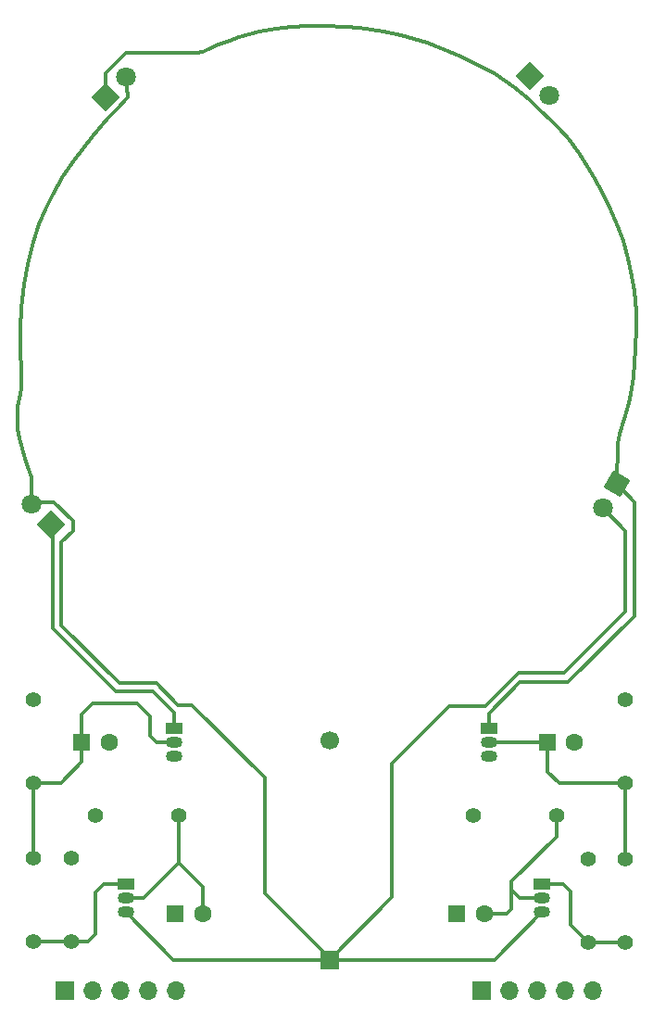
<source format=gtl>
G04 #@! TF.GenerationSoftware,KiCad,Pcbnew,(6.0.11)*
G04 #@! TF.CreationDate,2023-07-10T16:30:22-05:00*
G04 #@! TF.ProjectId,sailor_moon,7361696c-6f72-45f6-9d6f-6f6e2e6b6963,rev?*
G04 #@! TF.SameCoordinates,Original*
G04 #@! TF.FileFunction,Copper,L1,Top*
G04 #@! TF.FilePolarity,Positive*
%FSLAX46Y46*%
G04 Gerber Fmt 4.6, Leading zero omitted, Abs format (unit mm)*
G04 Created by KiCad (PCBNEW (6.0.11)) date 2023-07-10 16:30:22*
%MOMM*%
%LPD*%
G01*
G04 APERTURE LIST*
G04 Aperture macros list*
%AMRotRect*
0 Rectangle, with rotation*
0 The origin of the aperture is its center*
0 $1 length*
0 $2 width*
0 $3 Rotation angle, in degrees counterclockwise*
0 Add horizontal line*
21,1,$1,$2,0,0,$3*%
G04 Aperture macros list end*
G04 #@! TA.AperFunction,ComponentPad*
%ADD10RotRect,1.800000X1.800000X240.000000*%
G04 #@! TD*
G04 #@! TA.AperFunction,ComponentPad*
%ADD11C,1.800000*%
G04 #@! TD*
G04 #@! TA.AperFunction,ComponentPad*
%ADD12C,1.400000*%
G04 #@! TD*
G04 #@! TA.AperFunction,ComponentPad*
%ADD13R,1.600000X1.600000*%
G04 #@! TD*
G04 #@! TA.AperFunction,ComponentPad*
%ADD14C,1.600000*%
G04 #@! TD*
G04 #@! TA.AperFunction,ComponentPad*
%ADD15R,1.500000X1.050000*%
G04 #@! TD*
G04 #@! TA.AperFunction,ComponentPad*
%ADD16O,1.500000X1.050000*%
G04 #@! TD*
G04 #@! TA.AperFunction,ComponentPad*
%ADD17R,1.700000X1.700000*%
G04 #@! TD*
G04 #@! TA.AperFunction,ComponentPad*
%ADD18C,1.700000*%
G04 #@! TD*
G04 #@! TA.AperFunction,ComponentPad*
%ADD19RotRect,1.800000X1.800000X135.000000*%
G04 #@! TD*
G04 #@! TA.AperFunction,ComponentPad*
%ADD20O,1.700000X1.700000*%
G04 #@! TD*
G04 #@! TA.AperFunction,ComponentPad*
%ADD21RotRect,1.800000X1.800000X315.000000*%
G04 #@! TD*
G04 #@! TA.AperFunction,ComponentPad*
%ADD22RotRect,1.800000X1.800000X45.000000*%
G04 #@! TD*
G04 #@! TA.AperFunction,Conductor*
%ADD23C,0.300000*%
G04 #@! TD*
G04 APERTURE END LIST*
D10*
X156857500Y-102705818D03*
D11*
X155587500Y-104905523D03*
D12*
X154250000Y-137000000D03*
X154250000Y-144620000D03*
D13*
X116500000Y-142000000D03*
D14*
X119000000Y-142000000D03*
D15*
X145130000Y-125050000D03*
D16*
X145130000Y-126320000D03*
X145130000Y-127590000D03*
D17*
X130570000Y-146195000D03*
D18*
X130570000Y-126195000D03*
D13*
X107950000Y-126300000D03*
D14*
X110450000Y-126300000D03*
D19*
X105110000Y-106410000D03*
D11*
X103313949Y-104613949D03*
D12*
X109190000Y-133000000D03*
X116810000Y-133000000D03*
X103500000Y-136930000D03*
X103500000Y-144550000D03*
D15*
X111940000Y-139320000D03*
D16*
X111940000Y-140590000D03*
X111940000Y-141860000D03*
D12*
X157620000Y-130090000D03*
X157620000Y-122470000D03*
D17*
X106380000Y-149000000D03*
D20*
X108920000Y-149000000D03*
X111460000Y-149000000D03*
X114000000Y-149000000D03*
X116540000Y-149000000D03*
D15*
X116360000Y-125040000D03*
D16*
X116360000Y-126310000D03*
X116360000Y-127580000D03*
D12*
X143690000Y-133000000D03*
X151310000Y-133000000D03*
D13*
X142250000Y-142000000D03*
D14*
X144750000Y-142000000D03*
D12*
X107000000Y-136940000D03*
X107000000Y-144560000D03*
X157640000Y-137000000D03*
X157640000Y-144620000D03*
D13*
X150500000Y-126340000D03*
D14*
X153000000Y-126340000D03*
D21*
X148868439Y-65487834D03*
D11*
X150664490Y-67283885D03*
D17*
X144480000Y-149000000D03*
D20*
X147020000Y-149000000D03*
X149560000Y-149000000D03*
X152100000Y-149000000D03*
X154640000Y-149000000D03*
D12*
X103480000Y-130050000D03*
X103480000Y-122430000D03*
D15*
X150000000Y-139300000D03*
D16*
X150000000Y-140570000D03*
X150000000Y-141840000D03*
D22*
X110150000Y-67380000D03*
D11*
X111946051Y-65583949D03*
D23*
X150500000Y-129020000D02*
X151570000Y-130090000D01*
X145150000Y-126340000D02*
X145130000Y-126320000D01*
X151570000Y-130090000D02*
X157620000Y-130090000D01*
X150500000Y-126340000D02*
X150500000Y-129020000D01*
X157620000Y-136980000D02*
X157640000Y-137000000D01*
X157620000Y-130090000D02*
X157620000Y-136980000D01*
X150500000Y-126340000D02*
X145150000Y-126340000D01*
X151930000Y-139300000D02*
X150000000Y-139300000D01*
X154250000Y-144620000D02*
X152610000Y-142980000D01*
X152610000Y-142980000D02*
X152610000Y-139980000D01*
X157640000Y-144620000D02*
X154250000Y-144620000D01*
X152610000Y-139980000D02*
X151930000Y-139300000D01*
X147180000Y-139070000D02*
X147180000Y-139810000D01*
X150000000Y-140570000D02*
X147940000Y-140570000D01*
X151310000Y-134940000D02*
X147180000Y-139070000D01*
X146800000Y-142000000D02*
X144750000Y-142000000D01*
X147180000Y-141620000D02*
X146800000Y-142000000D01*
X151310000Y-133000000D02*
X151310000Y-134940000D01*
X147940000Y-140570000D02*
X147180000Y-139810000D01*
X147180000Y-139810000D02*
X147180000Y-141620000D01*
X116810000Y-133000000D02*
X116810000Y-137340000D01*
X116810000Y-137340000D02*
X113560000Y-140590000D01*
X113560000Y-140590000D02*
X111940000Y-140590000D01*
X119000000Y-139530000D02*
X116810000Y-137340000D01*
X119000000Y-142000000D02*
X119000000Y-139530000D01*
X109220000Y-143880000D02*
X109220000Y-140070000D01*
X109220000Y-140070000D02*
X109970000Y-139320000D01*
X109970000Y-139320000D02*
X111940000Y-139320000D01*
X107000000Y-144560000D02*
X107020000Y-144580000D01*
X108520000Y-144580000D02*
X109220000Y-143880000D01*
X107020000Y-144580000D02*
X108520000Y-144580000D01*
X106990000Y-144550000D02*
X107000000Y-144560000D01*
X103500000Y-144550000D02*
X106990000Y-144550000D01*
X113040000Y-122810000D02*
X114190000Y-123960000D01*
X114190000Y-125760000D02*
X114740000Y-126310000D01*
X107950000Y-126300000D02*
X107950000Y-128150000D01*
X107950000Y-123820000D02*
X108960000Y-122810000D01*
X114740000Y-126310000D02*
X116360000Y-126310000D01*
X108960000Y-122810000D02*
X113040000Y-122810000D01*
X103480000Y-130050000D02*
X103480000Y-136910000D01*
X114190000Y-123960000D02*
X114190000Y-125760000D01*
X107950000Y-128150000D02*
X106050000Y-130050000D01*
X107950000Y-126300000D02*
X107950000Y-123820000D01*
X103480000Y-136910000D02*
X103500000Y-136930000D01*
X106050000Y-130050000D02*
X103480000Y-130050000D01*
X107120000Y-107060000D02*
X107120000Y-106140000D01*
X105390000Y-104410000D02*
X103517898Y-104410000D01*
X102430000Y-92350000D02*
X102350000Y-90530000D01*
X157600000Y-107040263D02*
X155587500Y-104905523D01*
X111300000Y-68330000D02*
X112000000Y-67610000D01*
X130570000Y-146195000D02*
X116275000Y-146195000D01*
X102090000Y-97730000D02*
X102040000Y-96900000D01*
X103320000Y-102140000D02*
X102980000Y-101170000D01*
X114750000Y-120950000D02*
X111400000Y-120950000D01*
X102350000Y-90530000D02*
X102350000Y-88590000D01*
X136260000Y-128320000D02*
X141570000Y-123010000D01*
X102980000Y-82640000D02*
X103510000Y-80630000D01*
X152010000Y-120000000D02*
X157600000Y-114410000D01*
X124660000Y-140150000D02*
X124660000Y-129570000D01*
X116720000Y-122920000D02*
X114750000Y-120950000D01*
X130570000Y-146195000D02*
X145645000Y-146195000D01*
X112170000Y-67440000D02*
X111946051Y-65583949D01*
X104650000Y-77650000D02*
X105260000Y-76310000D01*
X102210000Y-98550000D02*
X102090000Y-97730000D01*
X103517898Y-104410000D02*
X103313949Y-104613949D01*
X102720000Y-100470000D02*
X102210000Y-98550000D01*
X130570000Y-146195000D02*
X130570000Y-146060000D01*
X106250000Y-74640000D02*
X107230000Y-73210000D01*
X107120000Y-106140000D02*
X105390000Y-104410000D01*
X102440000Y-93530000D02*
X102430000Y-92350000D01*
X102670000Y-84530000D02*
X102980000Y-82640000D01*
X104050000Y-79030000D02*
X104650000Y-77650000D01*
X112000000Y-67610000D02*
X112170000Y-67440000D01*
X102350000Y-94520000D02*
X102430000Y-93970000D01*
X106090000Y-108090000D02*
X107120000Y-107060000D01*
X103510000Y-80630000D02*
X104050000Y-79030000D01*
X105260000Y-76310000D02*
X106250000Y-74640000D01*
X102350000Y-88590000D02*
X102430000Y-86620000D01*
X111400000Y-120950000D02*
X106090000Y-115640000D01*
X130570000Y-146195000D02*
X136260000Y-140505000D01*
X124660000Y-129570000D02*
X118010000Y-122920000D01*
X102430000Y-93970000D02*
X102440000Y-93530000D01*
X147860000Y-120000000D02*
X152010000Y-120000000D01*
X106090000Y-115640000D02*
X106090000Y-108090000D01*
X110280000Y-69380000D02*
X111300000Y-68330000D01*
X102430000Y-86620000D02*
X102670000Y-84530000D01*
X102070000Y-95730000D02*
X102350000Y-94520000D01*
X136260000Y-140505000D02*
X136260000Y-128320000D01*
X102980000Y-101170000D02*
X102720000Y-100470000D01*
X116275000Y-146195000D02*
X111940000Y-141860000D01*
X103313949Y-104613949D02*
X103320000Y-104607898D01*
X144850000Y-123010000D02*
X147860000Y-120000000D01*
X107230000Y-73210000D02*
X108910000Y-70980000D01*
X145645000Y-146195000D02*
X150000000Y-141840000D01*
X102040000Y-96900000D02*
X102070000Y-95730000D01*
X103320000Y-104607898D02*
X103320000Y-102140000D01*
X157600000Y-114410000D02*
X157600000Y-107040263D01*
X141570000Y-123010000D02*
X144850000Y-123010000D01*
X130570000Y-146060000D02*
X124660000Y-140150000D01*
X118010000Y-122920000D02*
X116720000Y-122920000D01*
X108910000Y-70980000D02*
X110280000Y-69380000D01*
X152420000Y-71250000D02*
X151580000Y-70270000D01*
X151580000Y-70270000D02*
X150780000Y-69450000D01*
X144340000Y-64520000D02*
X142250000Y-63490000D01*
X135520000Y-61360000D02*
X137170000Y-61740000D01*
X156910000Y-99080000D02*
X157150000Y-98120000D01*
X154210000Y-73810000D02*
X153410000Y-72530000D01*
X133290000Y-61040000D02*
X135520000Y-61360000D01*
X132010000Y-60940000D02*
X133290000Y-61040000D01*
X118400000Y-63360000D02*
X119010000Y-63240000D01*
X147970000Y-120870000D02*
X152360000Y-120870000D01*
X110150000Y-67380000D02*
X110150000Y-65230000D01*
X147440000Y-66520000D02*
X145750000Y-65330000D01*
X145750000Y-65330000D02*
X144340000Y-64520000D01*
X158100000Y-94510000D02*
X158370000Y-93000000D01*
X156857500Y-102705818D02*
X156910000Y-99080000D01*
X158430000Y-104400558D02*
X156857500Y-102705818D01*
X157920000Y-95380000D02*
X158100000Y-94510000D01*
X157010000Y-79410000D02*
X156380000Y-77860000D01*
X157420000Y-80500000D02*
X157010000Y-79410000D01*
X156380000Y-77860000D02*
X155570000Y-76190000D01*
X157890000Y-82140000D02*
X157420000Y-80500000D01*
X158620000Y-88440000D02*
X158620000Y-86940000D01*
X148770000Y-67600000D02*
X147440000Y-66520000D01*
X119540000Y-63000000D02*
X120440000Y-62620000D01*
X124160000Y-61430000D02*
X125220000Y-61240000D01*
X110150000Y-65230000D02*
X112020000Y-63360000D01*
X158550000Y-90410000D02*
X158620000Y-88440000D01*
X152360000Y-120870000D02*
X158430000Y-114800000D01*
X137170000Y-61740000D02*
X139520000Y-62450000D01*
X120440000Y-62620000D02*
X121440000Y-62250000D01*
X122340000Y-61930000D02*
X124160000Y-61430000D01*
X149940000Y-68650000D02*
X148770000Y-67600000D01*
X125220000Y-61240000D02*
X126300000Y-61070000D01*
X127260000Y-60950000D02*
X128500000Y-60870000D01*
X128500000Y-60870000D02*
X130280000Y-60870000D01*
X158620000Y-86940000D02*
X158460000Y-85120000D01*
X145130000Y-123710000D02*
X147970000Y-120870000D01*
X158250000Y-83760000D02*
X157890000Y-82140000D01*
X112020000Y-63360000D02*
X118400000Y-63360000D01*
X150780000Y-69450000D02*
X149940000Y-68650000D01*
X130280000Y-60870000D02*
X132010000Y-60940000D01*
X158460000Y-85120000D02*
X158250000Y-83760000D01*
X145130000Y-125050000D02*
X145130000Y-123710000D01*
X158430000Y-114800000D02*
X158430000Y-104400558D01*
X121440000Y-62250000D02*
X122340000Y-61930000D01*
X119010000Y-63240000D02*
X119540000Y-63000000D01*
X126300000Y-61070000D02*
X127260000Y-60950000D01*
X157150000Y-98120000D02*
X157550000Y-96800000D01*
X158470000Y-91600000D02*
X158550000Y-90410000D01*
X157550000Y-96800000D02*
X157920000Y-95380000D01*
X154710000Y-74660000D02*
X154210000Y-73810000D01*
X158370000Y-93000000D02*
X158470000Y-91600000D01*
X139520000Y-62450000D02*
X142250000Y-63490000D01*
X153410000Y-72530000D02*
X152420000Y-71250000D01*
X155570000Y-76190000D02*
X154710000Y-74660000D01*
X111040000Y-121660000D02*
X105325268Y-115945268D01*
X105325268Y-106625268D02*
X105110000Y-106410000D01*
X114420000Y-121660000D02*
X111040000Y-121660000D01*
X116360000Y-123600000D02*
X114420000Y-121660000D01*
X116360000Y-125040000D02*
X116360000Y-123600000D01*
X105325268Y-115945268D02*
X105325268Y-106625268D01*
M02*

</source>
